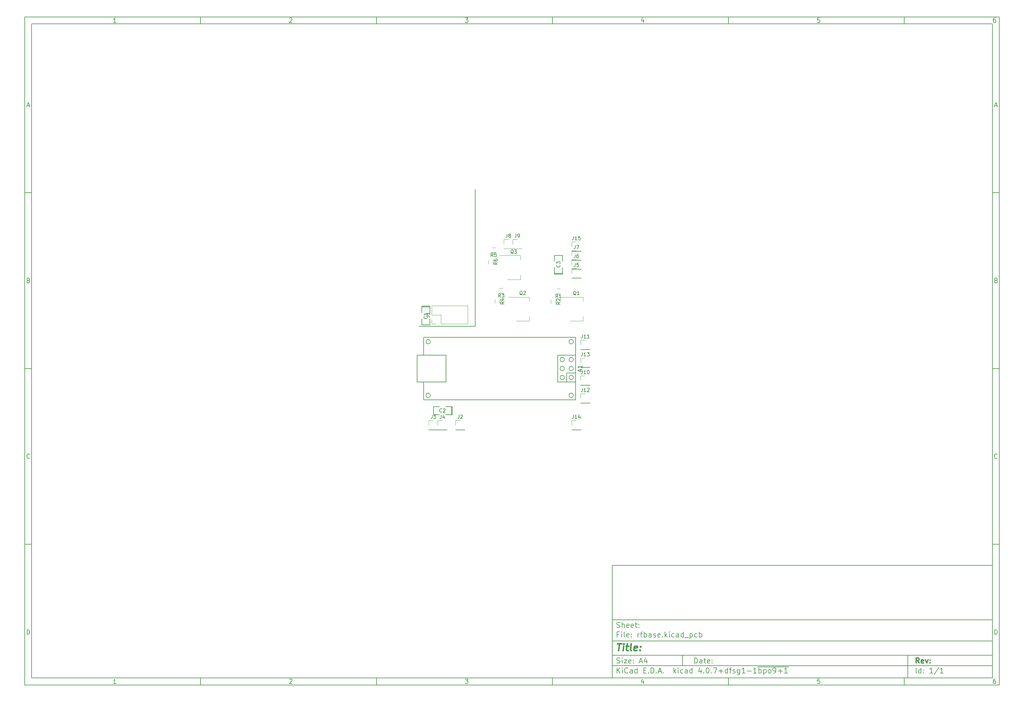
<source format=gbr>
G04 #@! TF.FileFunction,Legend,Top*
%FSLAX46Y46*%
G04 Gerber Fmt 4.6, Leading zero omitted, Abs format (unit mm)*
G04 Created by KiCad (PCBNEW 4.0.7+dfsg1-1~bpo9+1) date Fri Jan  5 13:38:06 2018*
%MOMM*%
%LPD*%
G01*
G04 APERTURE LIST*
%ADD10C,0.100000*%
%ADD11C,0.150000*%
%ADD12C,0.300000*%
%ADD13C,0.400000*%
%ADD14C,0.200000*%
%ADD15C,0.120000*%
G04 APERTURE END LIST*
D10*
D11*
X177002200Y-166007200D02*
X177002200Y-198007200D01*
X285002200Y-198007200D01*
X285002200Y-166007200D01*
X177002200Y-166007200D01*
D10*
D11*
X10000000Y-10000000D02*
X10000000Y-200007200D01*
X287002200Y-200007200D01*
X287002200Y-10000000D01*
X10000000Y-10000000D01*
D10*
D11*
X12000000Y-12000000D02*
X12000000Y-198007200D01*
X285002200Y-198007200D01*
X285002200Y-12000000D01*
X12000000Y-12000000D01*
D10*
D11*
X60000000Y-12000000D02*
X60000000Y-10000000D01*
D10*
D11*
X110000000Y-12000000D02*
X110000000Y-10000000D01*
D10*
D11*
X160000000Y-12000000D02*
X160000000Y-10000000D01*
D10*
D11*
X210000000Y-12000000D02*
X210000000Y-10000000D01*
D10*
D11*
X260000000Y-12000000D02*
X260000000Y-10000000D01*
D10*
D11*
X35990476Y-11588095D02*
X35247619Y-11588095D01*
X35619048Y-11588095D02*
X35619048Y-10288095D01*
X35495238Y-10473810D01*
X35371429Y-10597619D01*
X35247619Y-10659524D01*
D10*
D11*
X85247619Y-10411905D02*
X85309524Y-10350000D01*
X85433333Y-10288095D01*
X85742857Y-10288095D01*
X85866667Y-10350000D01*
X85928571Y-10411905D01*
X85990476Y-10535714D01*
X85990476Y-10659524D01*
X85928571Y-10845238D01*
X85185714Y-11588095D01*
X85990476Y-11588095D01*
D10*
D11*
X135185714Y-10288095D02*
X135990476Y-10288095D01*
X135557143Y-10783333D01*
X135742857Y-10783333D01*
X135866667Y-10845238D01*
X135928571Y-10907143D01*
X135990476Y-11030952D01*
X135990476Y-11340476D01*
X135928571Y-11464286D01*
X135866667Y-11526190D01*
X135742857Y-11588095D01*
X135371429Y-11588095D01*
X135247619Y-11526190D01*
X135185714Y-11464286D01*
D10*
D11*
X185866667Y-10721429D02*
X185866667Y-11588095D01*
X185557143Y-10226190D02*
X185247619Y-11154762D01*
X186052381Y-11154762D01*
D10*
D11*
X235928571Y-10288095D02*
X235309524Y-10288095D01*
X235247619Y-10907143D01*
X235309524Y-10845238D01*
X235433333Y-10783333D01*
X235742857Y-10783333D01*
X235866667Y-10845238D01*
X235928571Y-10907143D01*
X235990476Y-11030952D01*
X235990476Y-11340476D01*
X235928571Y-11464286D01*
X235866667Y-11526190D01*
X235742857Y-11588095D01*
X235433333Y-11588095D01*
X235309524Y-11526190D01*
X235247619Y-11464286D01*
D10*
D11*
X285866667Y-10288095D02*
X285619048Y-10288095D01*
X285495238Y-10350000D01*
X285433333Y-10411905D01*
X285309524Y-10597619D01*
X285247619Y-10845238D01*
X285247619Y-11340476D01*
X285309524Y-11464286D01*
X285371429Y-11526190D01*
X285495238Y-11588095D01*
X285742857Y-11588095D01*
X285866667Y-11526190D01*
X285928571Y-11464286D01*
X285990476Y-11340476D01*
X285990476Y-11030952D01*
X285928571Y-10907143D01*
X285866667Y-10845238D01*
X285742857Y-10783333D01*
X285495238Y-10783333D01*
X285371429Y-10845238D01*
X285309524Y-10907143D01*
X285247619Y-11030952D01*
D10*
D11*
X60000000Y-198007200D02*
X60000000Y-200007200D01*
D10*
D11*
X110000000Y-198007200D02*
X110000000Y-200007200D01*
D10*
D11*
X160000000Y-198007200D02*
X160000000Y-200007200D01*
D10*
D11*
X210000000Y-198007200D02*
X210000000Y-200007200D01*
D10*
D11*
X260000000Y-198007200D02*
X260000000Y-200007200D01*
D10*
D11*
X35990476Y-199595295D02*
X35247619Y-199595295D01*
X35619048Y-199595295D02*
X35619048Y-198295295D01*
X35495238Y-198481010D01*
X35371429Y-198604819D01*
X35247619Y-198666724D01*
D10*
D11*
X85247619Y-198419105D02*
X85309524Y-198357200D01*
X85433333Y-198295295D01*
X85742857Y-198295295D01*
X85866667Y-198357200D01*
X85928571Y-198419105D01*
X85990476Y-198542914D01*
X85990476Y-198666724D01*
X85928571Y-198852438D01*
X85185714Y-199595295D01*
X85990476Y-199595295D01*
D10*
D11*
X135185714Y-198295295D02*
X135990476Y-198295295D01*
X135557143Y-198790533D01*
X135742857Y-198790533D01*
X135866667Y-198852438D01*
X135928571Y-198914343D01*
X135990476Y-199038152D01*
X135990476Y-199347676D01*
X135928571Y-199471486D01*
X135866667Y-199533390D01*
X135742857Y-199595295D01*
X135371429Y-199595295D01*
X135247619Y-199533390D01*
X135185714Y-199471486D01*
D10*
D11*
X185866667Y-198728629D02*
X185866667Y-199595295D01*
X185557143Y-198233390D02*
X185247619Y-199161962D01*
X186052381Y-199161962D01*
D10*
D11*
X235928571Y-198295295D02*
X235309524Y-198295295D01*
X235247619Y-198914343D01*
X235309524Y-198852438D01*
X235433333Y-198790533D01*
X235742857Y-198790533D01*
X235866667Y-198852438D01*
X235928571Y-198914343D01*
X235990476Y-199038152D01*
X235990476Y-199347676D01*
X235928571Y-199471486D01*
X235866667Y-199533390D01*
X235742857Y-199595295D01*
X235433333Y-199595295D01*
X235309524Y-199533390D01*
X235247619Y-199471486D01*
D10*
D11*
X285866667Y-198295295D02*
X285619048Y-198295295D01*
X285495238Y-198357200D01*
X285433333Y-198419105D01*
X285309524Y-198604819D01*
X285247619Y-198852438D01*
X285247619Y-199347676D01*
X285309524Y-199471486D01*
X285371429Y-199533390D01*
X285495238Y-199595295D01*
X285742857Y-199595295D01*
X285866667Y-199533390D01*
X285928571Y-199471486D01*
X285990476Y-199347676D01*
X285990476Y-199038152D01*
X285928571Y-198914343D01*
X285866667Y-198852438D01*
X285742857Y-198790533D01*
X285495238Y-198790533D01*
X285371429Y-198852438D01*
X285309524Y-198914343D01*
X285247619Y-199038152D01*
D10*
D11*
X10000000Y-60000000D02*
X12000000Y-60000000D01*
D10*
D11*
X10000000Y-110000000D02*
X12000000Y-110000000D01*
D10*
D11*
X10000000Y-160000000D02*
X12000000Y-160000000D01*
D10*
D11*
X10690476Y-35216667D02*
X11309524Y-35216667D01*
X10566667Y-35588095D02*
X11000000Y-34288095D01*
X11433333Y-35588095D01*
D10*
D11*
X11092857Y-84907143D02*
X11278571Y-84969048D01*
X11340476Y-85030952D01*
X11402381Y-85154762D01*
X11402381Y-85340476D01*
X11340476Y-85464286D01*
X11278571Y-85526190D01*
X11154762Y-85588095D01*
X10659524Y-85588095D01*
X10659524Y-84288095D01*
X11092857Y-84288095D01*
X11216667Y-84350000D01*
X11278571Y-84411905D01*
X11340476Y-84535714D01*
X11340476Y-84659524D01*
X11278571Y-84783333D01*
X11216667Y-84845238D01*
X11092857Y-84907143D01*
X10659524Y-84907143D01*
D10*
D11*
X11402381Y-135464286D02*
X11340476Y-135526190D01*
X11154762Y-135588095D01*
X11030952Y-135588095D01*
X10845238Y-135526190D01*
X10721429Y-135402381D01*
X10659524Y-135278571D01*
X10597619Y-135030952D01*
X10597619Y-134845238D01*
X10659524Y-134597619D01*
X10721429Y-134473810D01*
X10845238Y-134350000D01*
X11030952Y-134288095D01*
X11154762Y-134288095D01*
X11340476Y-134350000D01*
X11402381Y-134411905D01*
D10*
D11*
X10659524Y-185588095D02*
X10659524Y-184288095D01*
X10969048Y-184288095D01*
X11154762Y-184350000D01*
X11278571Y-184473810D01*
X11340476Y-184597619D01*
X11402381Y-184845238D01*
X11402381Y-185030952D01*
X11340476Y-185278571D01*
X11278571Y-185402381D01*
X11154762Y-185526190D01*
X10969048Y-185588095D01*
X10659524Y-185588095D01*
D10*
D11*
X287002200Y-60000000D02*
X285002200Y-60000000D01*
D10*
D11*
X287002200Y-110000000D02*
X285002200Y-110000000D01*
D10*
D11*
X287002200Y-160000000D02*
X285002200Y-160000000D01*
D10*
D11*
X285692676Y-35216667D02*
X286311724Y-35216667D01*
X285568867Y-35588095D02*
X286002200Y-34288095D01*
X286435533Y-35588095D01*
D10*
D11*
X286095057Y-84907143D02*
X286280771Y-84969048D01*
X286342676Y-85030952D01*
X286404581Y-85154762D01*
X286404581Y-85340476D01*
X286342676Y-85464286D01*
X286280771Y-85526190D01*
X286156962Y-85588095D01*
X285661724Y-85588095D01*
X285661724Y-84288095D01*
X286095057Y-84288095D01*
X286218867Y-84350000D01*
X286280771Y-84411905D01*
X286342676Y-84535714D01*
X286342676Y-84659524D01*
X286280771Y-84783333D01*
X286218867Y-84845238D01*
X286095057Y-84907143D01*
X285661724Y-84907143D01*
D10*
D11*
X286404581Y-135464286D02*
X286342676Y-135526190D01*
X286156962Y-135588095D01*
X286033152Y-135588095D01*
X285847438Y-135526190D01*
X285723629Y-135402381D01*
X285661724Y-135278571D01*
X285599819Y-135030952D01*
X285599819Y-134845238D01*
X285661724Y-134597619D01*
X285723629Y-134473810D01*
X285847438Y-134350000D01*
X286033152Y-134288095D01*
X286156962Y-134288095D01*
X286342676Y-134350000D01*
X286404581Y-134411905D01*
D10*
D11*
X285661724Y-185588095D02*
X285661724Y-184288095D01*
X285971248Y-184288095D01*
X286156962Y-184350000D01*
X286280771Y-184473810D01*
X286342676Y-184597619D01*
X286404581Y-184845238D01*
X286404581Y-185030952D01*
X286342676Y-185278571D01*
X286280771Y-185402381D01*
X286156962Y-185526190D01*
X285971248Y-185588095D01*
X285661724Y-185588095D01*
D10*
D11*
X200359343Y-193785771D02*
X200359343Y-192285771D01*
X200716486Y-192285771D01*
X200930771Y-192357200D01*
X201073629Y-192500057D01*
X201145057Y-192642914D01*
X201216486Y-192928629D01*
X201216486Y-193142914D01*
X201145057Y-193428629D01*
X201073629Y-193571486D01*
X200930771Y-193714343D01*
X200716486Y-193785771D01*
X200359343Y-193785771D01*
X202502200Y-193785771D02*
X202502200Y-193000057D01*
X202430771Y-192857200D01*
X202287914Y-192785771D01*
X202002200Y-192785771D01*
X201859343Y-192857200D01*
X202502200Y-193714343D02*
X202359343Y-193785771D01*
X202002200Y-193785771D01*
X201859343Y-193714343D01*
X201787914Y-193571486D01*
X201787914Y-193428629D01*
X201859343Y-193285771D01*
X202002200Y-193214343D01*
X202359343Y-193214343D01*
X202502200Y-193142914D01*
X203002200Y-192785771D02*
X203573629Y-192785771D01*
X203216486Y-192285771D02*
X203216486Y-193571486D01*
X203287914Y-193714343D01*
X203430772Y-193785771D01*
X203573629Y-193785771D01*
X204645057Y-193714343D02*
X204502200Y-193785771D01*
X204216486Y-193785771D01*
X204073629Y-193714343D01*
X204002200Y-193571486D01*
X204002200Y-193000057D01*
X204073629Y-192857200D01*
X204216486Y-192785771D01*
X204502200Y-192785771D01*
X204645057Y-192857200D01*
X204716486Y-193000057D01*
X204716486Y-193142914D01*
X204002200Y-193285771D01*
X205359343Y-193642914D02*
X205430771Y-193714343D01*
X205359343Y-193785771D01*
X205287914Y-193714343D01*
X205359343Y-193642914D01*
X205359343Y-193785771D01*
X205359343Y-192857200D02*
X205430771Y-192928629D01*
X205359343Y-193000057D01*
X205287914Y-192928629D01*
X205359343Y-192857200D01*
X205359343Y-193000057D01*
D10*
D11*
X177002200Y-194507200D02*
X285002200Y-194507200D01*
D10*
D11*
X178359343Y-196585771D02*
X178359343Y-195085771D01*
X179216486Y-196585771D02*
X178573629Y-195728629D01*
X179216486Y-195085771D02*
X178359343Y-195942914D01*
X179859343Y-196585771D02*
X179859343Y-195585771D01*
X179859343Y-195085771D02*
X179787914Y-195157200D01*
X179859343Y-195228629D01*
X179930771Y-195157200D01*
X179859343Y-195085771D01*
X179859343Y-195228629D01*
X181430772Y-196442914D02*
X181359343Y-196514343D01*
X181145057Y-196585771D01*
X181002200Y-196585771D01*
X180787915Y-196514343D01*
X180645057Y-196371486D01*
X180573629Y-196228629D01*
X180502200Y-195942914D01*
X180502200Y-195728629D01*
X180573629Y-195442914D01*
X180645057Y-195300057D01*
X180787915Y-195157200D01*
X181002200Y-195085771D01*
X181145057Y-195085771D01*
X181359343Y-195157200D01*
X181430772Y-195228629D01*
X182716486Y-196585771D02*
X182716486Y-195800057D01*
X182645057Y-195657200D01*
X182502200Y-195585771D01*
X182216486Y-195585771D01*
X182073629Y-195657200D01*
X182716486Y-196514343D02*
X182573629Y-196585771D01*
X182216486Y-196585771D01*
X182073629Y-196514343D01*
X182002200Y-196371486D01*
X182002200Y-196228629D01*
X182073629Y-196085771D01*
X182216486Y-196014343D01*
X182573629Y-196014343D01*
X182716486Y-195942914D01*
X184073629Y-196585771D02*
X184073629Y-195085771D01*
X184073629Y-196514343D02*
X183930772Y-196585771D01*
X183645058Y-196585771D01*
X183502200Y-196514343D01*
X183430772Y-196442914D01*
X183359343Y-196300057D01*
X183359343Y-195871486D01*
X183430772Y-195728629D01*
X183502200Y-195657200D01*
X183645058Y-195585771D01*
X183930772Y-195585771D01*
X184073629Y-195657200D01*
X185930772Y-195800057D02*
X186430772Y-195800057D01*
X186645058Y-196585771D02*
X185930772Y-196585771D01*
X185930772Y-195085771D01*
X186645058Y-195085771D01*
X187287915Y-196442914D02*
X187359343Y-196514343D01*
X187287915Y-196585771D01*
X187216486Y-196514343D01*
X187287915Y-196442914D01*
X187287915Y-196585771D01*
X188002201Y-196585771D02*
X188002201Y-195085771D01*
X188359344Y-195085771D01*
X188573629Y-195157200D01*
X188716487Y-195300057D01*
X188787915Y-195442914D01*
X188859344Y-195728629D01*
X188859344Y-195942914D01*
X188787915Y-196228629D01*
X188716487Y-196371486D01*
X188573629Y-196514343D01*
X188359344Y-196585771D01*
X188002201Y-196585771D01*
X189502201Y-196442914D02*
X189573629Y-196514343D01*
X189502201Y-196585771D01*
X189430772Y-196514343D01*
X189502201Y-196442914D01*
X189502201Y-196585771D01*
X190145058Y-196157200D02*
X190859344Y-196157200D01*
X190002201Y-196585771D02*
X190502201Y-195085771D01*
X191002201Y-196585771D01*
X191502201Y-196442914D02*
X191573629Y-196514343D01*
X191502201Y-196585771D01*
X191430772Y-196514343D01*
X191502201Y-196442914D01*
X191502201Y-196585771D01*
X194502201Y-196585771D02*
X194502201Y-195085771D01*
X194645058Y-196014343D02*
X195073629Y-196585771D01*
X195073629Y-195585771D02*
X194502201Y-196157200D01*
X195716487Y-196585771D02*
X195716487Y-195585771D01*
X195716487Y-195085771D02*
X195645058Y-195157200D01*
X195716487Y-195228629D01*
X195787915Y-195157200D01*
X195716487Y-195085771D01*
X195716487Y-195228629D01*
X197073630Y-196514343D02*
X196930773Y-196585771D01*
X196645059Y-196585771D01*
X196502201Y-196514343D01*
X196430773Y-196442914D01*
X196359344Y-196300057D01*
X196359344Y-195871486D01*
X196430773Y-195728629D01*
X196502201Y-195657200D01*
X196645059Y-195585771D01*
X196930773Y-195585771D01*
X197073630Y-195657200D01*
X198359344Y-196585771D02*
X198359344Y-195800057D01*
X198287915Y-195657200D01*
X198145058Y-195585771D01*
X197859344Y-195585771D01*
X197716487Y-195657200D01*
X198359344Y-196514343D02*
X198216487Y-196585771D01*
X197859344Y-196585771D01*
X197716487Y-196514343D01*
X197645058Y-196371486D01*
X197645058Y-196228629D01*
X197716487Y-196085771D01*
X197859344Y-196014343D01*
X198216487Y-196014343D01*
X198359344Y-195942914D01*
X199716487Y-196585771D02*
X199716487Y-195085771D01*
X199716487Y-196514343D02*
X199573630Y-196585771D01*
X199287916Y-196585771D01*
X199145058Y-196514343D01*
X199073630Y-196442914D01*
X199002201Y-196300057D01*
X199002201Y-195871486D01*
X199073630Y-195728629D01*
X199145058Y-195657200D01*
X199287916Y-195585771D01*
X199573630Y-195585771D01*
X199716487Y-195657200D01*
X202216487Y-195585771D02*
X202216487Y-196585771D01*
X201859344Y-195014343D02*
X201502201Y-196085771D01*
X202430773Y-196085771D01*
X203002201Y-196442914D02*
X203073629Y-196514343D01*
X203002201Y-196585771D01*
X202930772Y-196514343D01*
X203002201Y-196442914D01*
X203002201Y-196585771D01*
X204002201Y-195085771D02*
X204145058Y-195085771D01*
X204287915Y-195157200D01*
X204359344Y-195228629D01*
X204430773Y-195371486D01*
X204502201Y-195657200D01*
X204502201Y-196014343D01*
X204430773Y-196300057D01*
X204359344Y-196442914D01*
X204287915Y-196514343D01*
X204145058Y-196585771D01*
X204002201Y-196585771D01*
X203859344Y-196514343D01*
X203787915Y-196442914D01*
X203716487Y-196300057D01*
X203645058Y-196014343D01*
X203645058Y-195657200D01*
X203716487Y-195371486D01*
X203787915Y-195228629D01*
X203859344Y-195157200D01*
X204002201Y-195085771D01*
X205145058Y-196442914D02*
X205216486Y-196514343D01*
X205145058Y-196585771D01*
X205073629Y-196514343D01*
X205145058Y-196442914D01*
X205145058Y-196585771D01*
X205716487Y-195085771D02*
X206716487Y-195085771D01*
X206073630Y-196585771D01*
X207287915Y-196014343D02*
X208430772Y-196014343D01*
X207859343Y-196585771D02*
X207859343Y-195442914D01*
X209787915Y-196585771D02*
X209787915Y-195085771D01*
X209787915Y-196514343D02*
X209645058Y-196585771D01*
X209359344Y-196585771D01*
X209216486Y-196514343D01*
X209145058Y-196442914D01*
X209073629Y-196300057D01*
X209073629Y-195871486D01*
X209145058Y-195728629D01*
X209216486Y-195657200D01*
X209359344Y-195585771D01*
X209645058Y-195585771D01*
X209787915Y-195657200D01*
X210287915Y-195585771D02*
X210859344Y-195585771D01*
X210502201Y-196585771D02*
X210502201Y-195300057D01*
X210573629Y-195157200D01*
X210716487Y-195085771D01*
X210859344Y-195085771D01*
X211287915Y-196514343D02*
X211430772Y-196585771D01*
X211716487Y-196585771D01*
X211859344Y-196514343D01*
X211930772Y-196371486D01*
X211930772Y-196300057D01*
X211859344Y-196157200D01*
X211716487Y-196085771D01*
X211502201Y-196085771D01*
X211359344Y-196014343D01*
X211287915Y-195871486D01*
X211287915Y-195800057D01*
X211359344Y-195657200D01*
X211502201Y-195585771D01*
X211716487Y-195585771D01*
X211859344Y-195657200D01*
X213216487Y-195585771D02*
X213216487Y-196800057D01*
X213145058Y-196942914D01*
X213073630Y-197014343D01*
X212930773Y-197085771D01*
X212716487Y-197085771D01*
X212573630Y-197014343D01*
X213216487Y-196514343D02*
X213073630Y-196585771D01*
X212787916Y-196585771D01*
X212645058Y-196514343D01*
X212573630Y-196442914D01*
X212502201Y-196300057D01*
X212502201Y-195871486D01*
X212573630Y-195728629D01*
X212645058Y-195657200D01*
X212787916Y-195585771D01*
X213073630Y-195585771D01*
X213216487Y-195657200D01*
X214716487Y-196585771D02*
X213859344Y-196585771D01*
X214287916Y-196585771D02*
X214287916Y-195085771D01*
X214145059Y-195300057D01*
X214002201Y-195442914D01*
X213859344Y-195514343D01*
X215359344Y-196014343D02*
X216502201Y-196014343D01*
X218002201Y-196585771D02*
X217145058Y-196585771D01*
X217573630Y-196585771D02*
X217573630Y-195085771D01*
X217430773Y-195300057D01*
X217287915Y-195442914D01*
X217145058Y-195514343D01*
X218645058Y-196585771D02*
X218645058Y-195085771D01*
X218645058Y-195657200D02*
X218787915Y-195585771D01*
X219073629Y-195585771D01*
X219216486Y-195657200D01*
X219287915Y-195728629D01*
X219359344Y-195871486D01*
X219359344Y-196300057D01*
X219287915Y-196442914D01*
X219216486Y-196514343D01*
X219073629Y-196585771D01*
X218787915Y-196585771D01*
X218645058Y-196514343D01*
X220002201Y-195585771D02*
X220002201Y-197085771D01*
X220002201Y-195657200D02*
X220145058Y-195585771D01*
X220430772Y-195585771D01*
X220573629Y-195657200D01*
X220645058Y-195728629D01*
X220716487Y-195871486D01*
X220716487Y-196300057D01*
X220645058Y-196442914D01*
X220573629Y-196514343D01*
X220430772Y-196585771D01*
X220145058Y-196585771D01*
X220002201Y-196514343D01*
X221573630Y-196585771D02*
X221430772Y-196514343D01*
X221359344Y-196442914D01*
X221287915Y-196300057D01*
X221287915Y-195871486D01*
X221359344Y-195728629D01*
X221430772Y-195657200D01*
X221573630Y-195585771D01*
X221787915Y-195585771D01*
X221930772Y-195657200D01*
X222002201Y-195728629D01*
X222073630Y-195871486D01*
X222073630Y-196300057D01*
X222002201Y-196442914D01*
X221930772Y-196514343D01*
X221787915Y-196585771D01*
X221573630Y-196585771D01*
X222787915Y-196585771D02*
X223073630Y-196585771D01*
X223216487Y-196514343D01*
X223287915Y-196442914D01*
X223430773Y-196228629D01*
X223502201Y-195942914D01*
X223502201Y-195371486D01*
X223430773Y-195228629D01*
X223359344Y-195157200D01*
X223216487Y-195085771D01*
X222930773Y-195085771D01*
X222787915Y-195157200D01*
X222716487Y-195228629D01*
X222645058Y-195371486D01*
X222645058Y-195728629D01*
X222716487Y-195871486D01*
X222787915Y-195942914D01*
X222930773Y-196014343D01*
X223216487Y-196014343D01*
X223359344Y-195942914D01*
X223430773Y-195871486D01*
X223502201Y-195728629D01*
X224145058Y-196014343D02*
X225287915Y-196014343D01*
X224716486Y-196585771D02*
X224716486Y-195442914D01*
X226787915Y-196585771D02*
X225930772Y-196585771D01*
X226359344Y-196585771D02*
X226359344Y-195085771D01*
X226216487Y-195300057D01*
X226073629Y-195442914D01*
X225930772Y-195514343D01*
X218287915Y-194827200D02*
X227073629Y-194827200D01*
D10*
D11*
X177002200Y-191507200D02*
X285002200Y-191507200D01*
D10*
D12*
X264216486Y-193785771D02*
X263716486Y-193071486D01*
X263359343Y-193785771D02*
X263359343Y-192285771D01*
X263930771Y-192285771D01*
X264073629Y-192357200D01*
X264145057Y-192428629D01*
X264216486Y-192571486D01*
X264216486Y-192785771D01*
X264145057Y-192928629D01*
X264073629Y-193000057D01*
X263930771Y-193071486D01*
X263359343Y-193071486D01*
X265430771Y-193714343D02*
X265287914Y-193785771D01*
X265002200Y-193785771D01*
X264859343Y-193714343D01*
X264787914Y-193571486D01*
X264787914Y-193000057D01*
X264859343Y-192857200D01*
X265002200Y-192785771D01*
X265287914Y-192785771D01*
X265430771Y-192857200D01*
X265502200Y-193000057D01*
X265502200Y-193142914D01*
X264787914Y-193285771D01*
X266002200Y-192785771D02*
X266359343Y-193785771D01*
X266716485Y-192785771D01*
X267287914Y-193642914D02*
X267359342Y-193714343D01*
X267287914Y-193785771D01*
X267216485Y-193714343D01*
X267287914Y-193642914D01*
X267287914Y-193785771D01*
X267287914Y-192857200D02*
X267359342Y-192928629D01*
X267287914Y-193000057D01*
X267216485Y-192928629D01*
X267287914Y-192857200D01*
X267287914Y-193000057D01*
D10*
D11*
X178287914Y-193714343D02*
X178502200Y-193785771D01*
X178859343Y-193785771D01*
X179002200Y-193714343D01*
X179073629Y-193642914D01*
X179145057Y-193500057D01*
X179145057Y-193357200D01*
X179073629Y-193214343D01*
X179002200Y-193142914D01*
X178859343Y-193071486D01*
X178573629Y-193000057D01*
X178430771Y-192928629D01*
X178359343Y-192857200D01*
X178287914Y-192714343D01*
X178287914Y-192571486D01*
X178359343Y-192428629D01*
X178430771Y-192357200D01*
X178573629Y-192285771D01*
X178930771Y-192285771D01*
X179145057Y-192357200D01*
X179787914Y-193785771D02*
X179787914Y-192785771D01*
X179787914Y-192285771D02*
X179716485Y-192357200D01*
X179787914Y-192428629D01*
X179859342Y-192357200D01*
X179787914Y-192285771D01*
X179787914Y-192428629D01*
X180359343Y-192785771D02*
X181145057Y-192785771D01*
X180359343Y-193785771D01*
X181145057Y-193785771D01*
X182287914Y-193714343D02*
X182145057Y-193785771D01*
X181859343Y-193785771D01*
X181716486Y-193714343D01*
X181645057Y-193571486D01*
X181645057Y-193000057D01*
X181716486Y-192857200D01*
X181859343Y-192785771D01*
X182145057Y-192785771D01*
X182287914Y-192857200D01*
X182359343Y-193000057D01*
X182359343Y-193142914D01*
X181645057Y-193285771D01*
X183002200Y-193642914D02*
X183073628Y-193714343D01*
X183002200Y-193785771D01*
X182930771Y-193714343D01*
X183002200Y-193642914D01*
X183002200Y-193785771D01*
X183002200Y-192857200D02*
X183073628Y-192928629D01*
X183002200Y-193000057D01*
X182930771Y-192928629D01*
X183002200Y-192857200D01*
X183002200Y-193000057D01*
X184787914Y-193357200D02*
X185502200Y-193357200D01*
X184645057Y-193785771D02*
X185145057Y-192285771D01*
X185645057Y-193785771D01*
X186787914Y-192785771D02*
X186787914Y-193785771D01*
X186430771Y-192214343D02*
X186073628Y-193285771D01*
X187002200Y-193285771D01*
D10*
D11*
X263359343Y-196585771D02*
X263359343Y-195085771D01*
X264716486Y-196585771D02*
X264716486Y-195085771D01*
X264716486Y-196514343D02*
X264573629Y-196585771D01*
X264287915Y-196585771D01*
X264145057Y-196514343D01*
X264073629Y-196442914D01*
X264002200Y-196300057D01*
X264002200Y-195871486D01*
X264073629Y-195728629D01*
X264145057Y-195657200D01*
X264287915Y-195585771D01*
X264573629Y-195585771D01*
X264716486Y-195657200D01*
X265430772Y-196442914D02*
X265502200Y-196514343D01*
X265430772Y-196585771D01*
X265359343Y-196514343D01*
X265430772Y-196442914D01*
X265430772Y-196585771D01*
X265430772Y-195657200D02*
X265502200Y-195728629D01*
X265430772Y-195800057D01*
X265359343Y-195728629D01*
X265430772Y-195657200D01*
X265430772Y-195800057D01*
X268073629Y-196585771D02*
X267216486Y-196585771D01*
X267645058Y-196585771D02*
X267645058Y-195085771D01*
X267502201Y-195300057D01*
X267359343Y-195442914D01*
X267216486Y-195514343D01*
X269787914Y-195014343D02*
X268502200Y-196942914D01*
X271073629Y-196585771D02*
X270216486Y-196585771D01*
X270645058Y-196585771D02*
X270645058Y-195085771D01*
X270502201Y-195300057D01*
X270359343Y-195442914D01*
X270216486Y-195514343D01*
D10*
D11*
X177002200Y-187507200D02*
X285002200Y-187507200D01*
D10*
D13*
X178454581Y-188211962D02*
X179597438Y-188211962D01*
X178776010Y-190211962D02*
X179026010Y-188211962D01*
X180014105Y-190211962D02*
X180180771Y-188878629D01*
X180264105Y-188211962D02*
X180156962Y-188307200D01*
X180240295Y-188402438D01*
X180347439Y-188307200D01*
X180264105Y-188211962D01*
X180240295Y-188402438D01*
X180847438Y-188878629D02*
X181609343Y-188878629D01*
X181216486Y-188211962D02*
X181002200Y-189926248D01*
X181073630Y-190116724D01*
X181252201Y-190211962D01*
X181442677Y-190211962D01*
X182395058Y-190211962D02*
X182216487Y-190116724D01*
X182145057Y-189926248D01*
X182359343Y-188211962D01*
X183930772Y-190116724D02*
X183728391Y-190211962D01*
X183347439Y-190211962D01*
X183168867Y-190116724D01*
X183097438Y-189926248D01*
X183192676Y-189164343D01*
X183311724Y-188973867D01*
X183514105Y-188878629D01*
X183895057Y-188878629D01*
X184073629Y-188973867D01*
X184145057Y-189164343D01*
X184121248Y-189354819D01*
X183145057Y-189545295D01*
X184895057Y-190021486D02*
X184978392Y-190116724D01*
X184871248Y-190211962D01*
X184787915Y-190116724D01*
X184895057Y-190021486D01*
X184871248Y-190211962D01*
X185026010Y-188973867D02*
X185109344Y-189069105D01*
X185002200Y-189164343D01*
X184918867Y-189069105D01*
X185026010Y-188973867D01*
X185002200Y-189164343D01*
D10*
D11*
X178859343Y-185600057D02*
X178359343Y-185600057D01*
X178359343Y-186385771D02*
X178359343Y-184885771D01*
X179073629Y-184885771D01*
X179645057Y-186385771D02*
X179645057Y-185385771D01*
X179645057Y-184885771D02*
X179573628Y-184957200D01*
X179645057Y-185028629D01*
X179716485Y-184957200D01*
X179645057Y-184885771D01*
X179645057Y-185028629D01*
X180573629Y-186385771D02*
X180430771Y-186314343D01*
X180359343Y-186171486D01*
X180359343Y-184885771D01*
X181716485Y-186314343D02*
X181573628Y-186385771D01*
X181287914Y-186385771D01*
X181145057Y-186314343D01*
X181073628Y-186171486D01*
X181073628Y-185600057D01*
X181145057Y-185457200D01*
X181287914Y-185385771D01*
X181573628Y-185385771D01*
X181716485Y-185457200D01*
X181787914Y-185600057D01*
X181787914Y-185742914D01*
X181073628Y-185885771D01*
X182430771Y-186242914D02*
X182502199Y-186314343D01*
X182430771Y-186385771D01*
X182359342Y-186314343D01*
X182430771Y-186242914D01*
X182430771Y-186385771D01*
X182430771Y-185457200D02*
X182502199Y-185528629D01*
X182430771Y-185600057D01*
X182359342Y-185528629D01*
X182430771Y-185457200D01*
X182430771Y-185600057D01*
X184287914Y-186385771D02*
X184287914Y-185385771D01*
X184287914Y-185671486D02*
X184359342Y-185528629D01*
X184430771Y-185457200D01*
X184573628Y-185385771D01*
X184716485Y-185385771D01*
X185002199Y-185385771D02*
X185573628Y-185385771D01*
X185216485Y-186385771D02*
X185216485Y-185100057D01*
X185287913Y-184957200D01*
X185430771Y-184885771D01*
X185573628Y-184885771D01*
X186073628Y-186385771D02*
X186073628Y-184885771D01*
X186073628Y-185457200D02*
X186216485Y-185385771D01*
X186502199Y-185385771D01*
X186645056Y-185457200D01*
X186716485Y-185528629D01*
X186787914Y-185671486D01*
X186787914Y-186100057D01*
X186716485Y-186242914D01*
X186645056Y-186314343D01*
X186502199Y-186385771D01*
X186216485Y-186385771D01*
X186073628Y-186314343D01*
X188073628Y-186385771D02*
X188073628Y-185600057D01*
X188002199Y-185457200D01*
X187859342Y-185385771D01*
X187573628Y-185385771D01*
X187430771Y-185457200D01*
X188073628Y-186314343D02*
X187930771Y-186385771D01*
X187573628Y-186385771D01*
X187430771Y-186314343D01*
X187359342Y-186171486D01*
X187359342Y-186028629D01*
X187430771Y-185885771D01*
X187573628Y-185814343D01*
X187930771Y-185814343D01*
X188073628Y-185742914D01*
X188716485Y-186314343D02*
X188859342Y-186385771D01*
X189145057Y-186385771D01*
X189287914Y-186314343D01*
X189359342Y-186171486D01*
X189359342Y-186100057D01*
X189287914Y-185957200D01*
X189145057Y-185885771D01*
X188930771Y-185885771D01*
X188787914Y-185814343D01*
X188716485Y-185671486D01*
X188716485Y-185600057D01*
X188787914Y-185457200D01*
X188930771Y-185385771D01*
X189145057Y-185385771D01*
X189287914Y-185457200D01*
X190573628Y-186314343D02*
X190430771Y-186385771D01*
X190145057Y-186385771D01*
X190002200Y-186314343D01*
X189930771Y-186171486D01*
X189930771Y-185600057D01*
X190002200Y-185457200D01*
X190145057Y-185385771D01*
X190430771Y-185385771D01*
X190573628Y-185457200D01*
X190645057Y-185600057D01*
X190645057Y-185742914D01*
X189930771Y-185885771D01*
X191287914Y-186242914D02*
X191359342Y-186314343D01*
X191287914Y-186385771D01*
X191216485Y-186314343D01*
X191287914Y-186242914D01*
X191287914Y-186385771D01*
X192002200Y-186385771D02*
X192002200Y-184885771D01*
X192145057Y-185814343D02*
X192573628Y-186385771D01*
X192573628Y-185385771D02*
X192002200Y-185957200D01*
X193216486Y-186385771D02*
X193216486Y-185385771D01*
X193216486Y-184885771D02*
X193145057Y-184957200D01*
X193216486Y-185028629D01*
X193287914Y-184957200D01*
X193216486Y-184885771D01*
X193216486Y-185028629D01*
X194573629Y-186314343D02*
X194430772Y-186385771D01*
X194145058Y-186385771D01*
X194002200Y-186314343D01*
X193930772Y-186242914D01*
X193859343Y-186100057D01*
X193859343Y-185671486D01*
X193930772Y-185528629D01*
X194002200Y-185457200D01*
X194145058Y-185385771D01*
X194430772Y-185385771D01*
X194573629Y-185457200D01*
X195859343Y-186385771D02*
X195859343Y-185600057D01*
X195787914Y-185457200D01*
X195645057Y-185385771D01*
X195359343Y-185385771D01*
X195216486Y-185457200D01*
X195859343Y-186314343D02*
X195716486Y-186385771D01*
X195359343Y-186385771D01*
X195216486Y-186314343D01*
X195145057Y-186171486D01*
X195145057Y-186028629D01*
X195216486Y-185885771D01*
X195359343Y-185814343D01*
X195716486Y-185814343D01*
X195859343Y-185742914D01*
X197216486Y-186385771D02*
X197216486Y-184885771D01*
X197216486Y-186314343D02*
X197073629Y-186385771D01*
X196787915Y-186385771D01*
X196645057Y-186314343D01*
X196573629Y-186242914D01*
X196502200Y-186100057D01*
X196502200Y-185671486D01*
X196573629Y-185528629D01*
X196645057Y-185457200D01*
X196787915Y-185385771D01*
X197073629Y-185385771D01*
X197216486Y-185457200D01*
X197573629Y-186528629D02*
X198716486Y-186528629D01*
X199073629Y-185385771D02*
X199073629Y-186885771D01*
X199073629Y-185457200D02*
X199216486Y-185385771D01*
X199502200Y-185385771D01*
X199645057Y-185457200D01*
X199716486Y-185528629D01*
X199787915Y-185671486D01*
X199787915Y-186100057D01*
X199716486Y-186242914D01*
X199645057Y-186314343D01*
X199502200Y-186385771D01*
X199216486Y-186385771D01*
X199073629Y-186314343D01*
X201073629Y-186314343D02*
X200930772Y-186385771D01*
X200645058Y-186385771D01*
X200502200Y-186314343D01*
X200430772Y-186242914D01*
X200359343Y-186100057D01*
X200359343Y-185671486D01*
X200430772Y-185528629D01*
X200502200Y-185457200D01*
X200645058Y-185385771D01*
X200930772Y-185385771D01*
X201073629Y-185457200D01*
X201716486Y-186385771D02*
X201716486Y-184885771D01*
X201716486Y-185457200D02*
X201859343Y-185385771D01*
X202145057Y-185385771D01*
X202287914Y-185457200D01*
X202359343Y-185528629D01*
X202430772Y-185671486D01*
X202430772Y-186100057D01*
X202359343Y-186242914D01*
X202287914Y-186314343D01*
X202145057Y-186385771D01*
X201859343Y-186385771D01*
X201716486Y-186314343D01*
D10*
D11*
X177002200Y-181507200D02*
X285002200Y-181507200D01*
D10*
D11*
X178287914Y-183614343D02*
X178502200Y-183685771D01*
X178859343Y-183685771D01*
X179002200Y-183614343D01*
X179073629Y-183542914D01*
X179145057Y-183400057D01*
X179145057Y-183257200D01*
X179073629Y-183114343D01*
X179002200Y-183042914D01*
X178859343Y-182971486D01*
X178573629Y-182900057D01*
X178430771Y-182828629D01*
X178359343Y-182757200D01*
X178287914Y-182614343D01*
X178287914Y-182471486D01*
X178359343Y-182328629D01*
X178430771Y-182257200D01*
X178573629Y-182185771D01*
X178930771Y-182185771D01*
X179145057Y-182257200D01*
X179787914Y-183685771D02*
X179787914Y-182185771D01*
X180430771Y-183685771D02*
X180430771Y-182900057D01*
X180359342Y-182757200D01*
X180216485Y-182685771D01*
X180002200Y-182685771D01*
X179859342Y-182757200D01*
X179787914Y-182828629D01*
X181716485Y-183614343D02*
X181573628Y-183685771D01*
X181287914Y-183685771D01*
X181145057Y-183614343D01*
X181073628Y-183471486D01*
X181073628Y-182900057D01*
X181145057Y-182757200D01*
X181287914Y-182685771D01*
X181573628Y-182685771D01*
X181716485Y-182757200D01*
X181787914Y-182900057D01*
X181787914Y-183042914D01*
X181073628Y-183185771D01*
X183002199Y-183614343D02*
X182859342Y-183685771D01*
X182573628Y-183685771D01*
X182430771Y-183614343D01*
X182359342Y-183471486D01*
X182359342Y-182900057D01*
X182430771Y-182757200D01*
X182573628Y-182685771D01*
X182859342Y-182685771D01*
X183002199Y-182757200D01*
X183073628Y-182900057D01*
X183073628Y-183042914D01*
X182359342Y-183185771D01*
X183502199Y-182685771D02*
X184073628Y-182685771D01*
X183716485Y-182185771D02*
X183716485Y-183471486D01*
X183787913Y-183614343D01*
X183930771Y-183685771D01*
X184073628Y-183685771D01*
X184573628Y-183542914D02*
X184645056Y-183614343D01*
X184573628Y-183685771D01*
X184502199Y-183614343D01*
X184573628Y-183542914D01*
X184573628Y-183685771D01*
X184573628Y-182757200D02*
X184645056Y-182828629D01*
X184573628Y-182900057D01*
X184502199Y-182828629D01*
X184573628Y-182757200D01*
X184573628Y-182900057D01*
D10*
D11*
X197002200Y-191507200D02*
X197002200Y-194507200D01*
D10*
D11*
X261002200Y-191507200D02*
X261002200Y-198007200D01*
D14*
X138000000Y-98000000D02*
X122000000Y-98000000D01*
X138000000Y-59000000D02*
X138000000Y-98000000D01*
D11*
X123410000Y-106190000D02*
X123410000Y-101110000D01*
X123410000Y-118890000D02*
X123410000Y-113810000D01*
X121505000Y-113810000D02*
X121505000Y-106190000D01*
X121505000Y-106190000D02*
X129760000Y-106190000D01*
X129760000Y-106190000D02*
X129760000Y-113810000D01*
X129760000Y-113810000D02*
X121505000Y-113810000D01*
X165955000Y-110000000D02*
G75*
G03X165955000Y-110000000I-635000J0D01*
G01*
X165955000Y-107460000D02*
G75*
G03X165955000Y-107460000I-635000J0D01*
G01*
X163415000Y-107460000D02*
G75*
G03X163415000Y-107460000I-635000J0D01*
G01*
X163415000Y-110000000D02*
G75*
G03X163415000Y-110000000I-635000J0D01*
G01*
X163415000Y-112540000D02*
G75*
G03X163415000Y-112540000I-635000J0D01*
G01*
X165955000Y-112540000D02*
G75*
G03X165955000Y-112540000I-635000J0D01*
G01*
X125315000Y-102380000D02*
G75*
G03X125315000Y-102380000I-635000J0D01*
G01*
X125315000Y-117620000D02*
G75*
G03X125315000Y-117620000I-635000J0D01*
G01*
X165955000Y-102380000D02*
G75*
G03X165955000Y-102380000I-635000J0D01*
G01*
X165955000Y-117620000D02*
G75*
G03X165955000Y-117620000I-635000J0D01*
G01*
X164050000Y-113810000D02*
X164050000Y-111270000D01*
X164050000Y-111270000D02*
X166590000Y-111270000D01*
X161510000Y-113810000D02*
X166590000Y-113810000D01*
X166590000Y-106190000D02*
X161510000Y-106190000D01*
X161510000Y-106190000D02*
X161510000Y-113810000D01*
X166590000Y-118890000D02*
X166590000Y-101110000D01*
X166590000Y-101110000D02*
X123410000Y-101110000D01*
X123410000Y-118890000D02*
X166590000Y-118890000D01*
X125143000Y-92460000D02*
X125143000Y-92206000D01*
X125143000Y-92206000D02*
X122857000Y-92206000D01*
X122857000Y-92206000D02*
X122857000Y-92460000D01*
X125143000Y-92460000D02*
X122857000Y-92460000D01*
X122857000Y-92460000D02*
X122857000Y-94111000D01*
X125143000Y-95889000D02*
X125143000Y-97540000D01*
X125143000Y-97540000D02*
X122857000Y-97540000D01*
X122857000Y-97540000D02*
X122857000Y-95889000D01*
X125143000Y-94111000D02*
X125143000Y-92460000D01*
X131265720Y-123113280D02*
X131519720Y-123113280D01*
X131519720Y-123113280D02*
X131519720Y-120827280D01*
X131519720Y-120827280D02*
X131265720Y-120827280D01*
X131265720Y-123113280D02*
X131265720Y-120827280D01*
X131265720Y-120827280D02*
X129614720Y-120827280D01*
X127836720Y-123113280D02*
X126185720Y-123113280D01*
X126185720Y-123113280D02*
X126185720Y-120827280D01*
X126185720Y-120827280D02*
X127836720Y-120827280D01*
X129614720Y-123113280D02*
X131265720Y-123113280D01*
X160557000Y-82900000D02*
X160557000Y-83154000D01*
X160557000Y-83154000D02*
X162843000Y-83154000D01*
X162843000Y-83154000D02*
X162843000Y-82900000D01*
X160557000Y-82900000D02*
X162843000Y-82900000D01*
X162843000Y-82900000D02*
X162843000Y-81249000D01*
X160557000Y-79471000D02*
X160557000Y-77820000D01*
X160557000Y-77820000D02*
X162843000Y-77820000D01*
X162843000Y-77820000D02*
X162843000Y-79471000D01*
X160557000Y-81249000D02*
X160557000Y-82900000D01*
D15*
X135950000Y-97330000D02*
X135950000Y-92130000D01*
X128270000Y-97330000D02*
X135950000Y-97330000D01*
X125670000Y-92130000D02*
X135950000Y-92130000D01*
X128270000Y-97330000D02*
X128270000Y-94730000D01*
X128270000Y-94730000D02*
X125670000Y-94730000D01*
X125670000Y-94730000D02*
X125670000Y-92130000D01*
X127000000Y-97330000D02*
X125670000Y-97330000D01*
X125670000Y-97330000D02*
X125670000Y-96000000D01*
X132430000Y-127410000D02*
X135090000Y-127410000D01*
X132430000Y-127350000D02*
X132430000Y-127410000D01*
X135090000Y-127350000D02*
X135090000Y-127410000D01*
X132430000Y-127350000D02*
X135090000Y-127350000D01*
X132430000Y-126080000D02*
X132430000Y-124750000D01*
X132430000Y-124750000D02*
X133760000Y-124750000D01*
X124810000Y-127410000D02*
X127470000Y-127410000D01*
X124810000Y-127350000D02*
X124810000Y-127410000D01*
X127470000Y-127350000D02*
X127470000Y-127410000D01*
X124810000Y-127350000D02*
X127470000Y-127350000D01*
X124810000Y-126080000D02*
X124810000Y-124750000D01*
X124810000Y-124750000D02*
X126140000Y-124750000D01*
X127350000Y-127410000D02*
X130010000Y-127410000D01*
X127350000Y-127350000D02*
X127350000Y-127410000D01*
X130010000Y-127350000D02*
X130010000Y-127410000D01*
X127350000Y-127350000D02*
X130010000Y-127350000D01*
X127350000Y-126080000D02*
X127350000Y-124750000D01*
X127350000Y-124750000D02*
X128680000Y-124750000D01*
X165450000Y-84230000D02*
X168110000Y-84230000D01*
X165450000Y-84170000D02*
X165450000Y-84230000D01*
X168110000Y-84170000D02*
X168110000Y-84230000D01*
X165450000Y-84170000D02*
X168110000Y-84170000D01*
X165450000Y-82900000D02*
X165450000Y-81570000D01*
X165450000Y-81570000D02*
X166780000Y-81570000D01*
X165450000Y-81690000D02*
X168110000Y-81690000D01*
X165450000Y-81630000D02*
X165450000Y-81690000D01*
X168110000Y-81630000D02*
X168110000Y-81690000D01*
X165450000Y-81630000D02*
X168110000Y-81630000D01*
X165450000Y-80360000D02*
X165450000Y-79030000D01*
X165450000Y-79030000D02*
X166780000Y-79030000D01*
X165450000Y-79150000D02*
X168110000Y-79150000D01*
X165450000Y-79090000D02*
X165450000Y-79150000D01*
X168110000Y-79090000D02*
X168110000Y-79150000D01*
X165450000Y-79090000D02*
X168110000Y-79090000D01*
X165450000Y-77820000D02*
X165450000Y-76490000D01*
X165450000Y-76490000D02*
X166780000Y-76490000D01*
X146130000Y-75910000D02*
X148790000Y-75910000D01*
X146130000Y-75850000D02*
X146130000Y-75910000D01*
X148790000Y-75850000D02*
X148790000Y-75910000D01*
X146130000Y-75850000D02*
X148790000Y-75850000D01*
X146130000Y-74580000D02*
X146130000Y-73250000D01*
X146130000Y-73250000D02*
X147460000Y-73250000D01*
X148670000Y-75910000D02*
X151330000Y-75910000D01*
X148670000Y-75850000D02*
X148670000Y-75910000D01*
X151330000Y-75850000D02*
X151330000Y-75910000D01*
X148670000Y-75850000D02*
X151330000Y-75850000D01*
X148670000Y-74580000D02*
X148670000Y-73250000D01*
X148670000Y-73250000D02*
X150000000Y-73250000D01*
X167990000Y-114710000D02*
X170650000Y-114710000D01*
X167990000Y-114650000D02*
X167990000Y-114710000D01*
X170650000Y-114650000D02*
X170650000Y-114710000D01*
X167990000Y-114650000D02*
X170650000Y-114650000D01*
X167990000Y-113380000D02*
X167990000Y-112050000D01*
X167990000Y-112050000D02*
X169320000Y-112050000D01*
X167990000Y-104550000D02*
X170650000Y-104550000D01*
X167990000Y-104490000D02*
X167990000Y-104550000D01*
X170650000Y-104490000D02*
X170650000Y-104550000D01*
X167990000Y-104490000D02*
X170650000Y-104490000D01*
X167990000Y-103220000D02*
X167990000Y-101890000D01*
X167990000Y-101890000D02*
X169320000Y-101890000D01*
X167990000Y-119790000D02*
X170650000Y-119790000D01*
X167990000Y-119730000D02*
X167990000Y-119790000D01*
X170650000Y-119730000D02*
X170650000Y-119790000D01*
X167990000Y-119730000D02*
X170650000Y-119730000D01*
X167990000Y-118460000D02*
X167990000Y-117130000D01*
X167990000Y-117130000D02*
X169320000Y-117130000D01*
X167990000Y-109630000D02*
X170650000Y-109630000D01*
X167990000Y-109570000D02*
X167990000Y-109630000D01*
X170650000Y-109570000D02*
X170650000Y-109630000D01*
X167990000Y-109570000D02*
X170650000Y-109570000D01*
X167990000Y-108300000D02*
X167990000Y-106970000D01*
X167990000Y-106970000D02*
X169320000Y-106970000D01*
X165450000Y-127410000D02*
X168110000Y-127410000D01*
X165450000Y-127350000D02*
X165450000Y-127410000D01*
X168110000Y-127350000D02*
X168110000Y-127410000D01*
X165450000Y-127350000D02*
X168110000Y-127350000D01*
X165450000Y-126080000D02*
X165450000Y-124750000D01*
X165450000Y-124750000D02*
X166780000Y-124750000D01*
X165450000Y-76610000D02*
X168110000Y-76610000D01*
X165450000Y-76550000D02*
X165450000Y-76610000D01*
X168110000Y-76550000D02*
X168110000Y-76610000D01*
X165450000Y-76550000D02*
X168110000Y-76550000D01*
X165450000Y-75280000D02*
X165450000Y-73950000D01*
X165450000Y-73950000D02*
X166780000Y-73950000D01*
X168690000Y-96470000D02*
X168690000Y-95210000D01*
X168690000Y-89650000D02*
X168690000Y-90910000D01*
X164930000Y-96470000D02*
X168690000Y-96470000D01*
X162680000Y-89650000D02*
X168690000Y-89650000D01*
X153450000Y-96470000D02*
X153450000Y-95210000D01*
X153450000Y-89650000D02*
X153450000Y-90910000D01*
X149690000Y-96470000D02*
X153450000Y-96470000D01*
X147440000Y-89650000D02*
X153450000Y-89650000D01*
X150910000Y-84690000D02*
X150910000Y-83430000D01*
X150910000Y-77870000D02*
X150910000Y-79130000D01*
X147150000Y-84690000D02*
X150910000Y-84690000D01*
X144900000Y-77870000D02*
X150910000Y-77870000D01*
X161200000Y-87300000D02*
X162200000Y-87300000D01*
X162200000Y-88660000D02*
X161200000Y-88660000D01*
X159562040Y-91472120D02*
X159562040Y-90472120D01*
X160922040Y-90472120D02*
X160922040Y-91472120D01*
X144938920Y-87142520D02*
X145938920Y-87142520D01*
X145938920Y-88502520D02*
X144938920Y-88502520D01*
X143641320Y-91395920D02*
X143641320Y-90395920D01*
X145001320Y-90395920D02*
X145001320Y-91395920D01*
X142772300Y-75596200D02*
X143772300Y-75596200D01*
X143772300Y-76956200D02*
X142772300Y-76956200D01*
X141754100Y-80167100D02*
X141754100Y-79167100D01*
X143114100Y-79167100D02*
X143114100Y-80167100D01*
D11*
X168060000Y-110857143D02*
X168060000Y-110285714D01*
X168402857Y-110971428D02*
X167202857Y-110571428D01*
X168402857Y-110171428D01*
X168402857Y-109142857D02*
X168402857Y-109828572D01*
X168402857Y-109485714D02*
X167202857Y-109485714D01*
X167374286Y-109600000D01*
X167488571Y-109714286D01*
X167545714Y-109828572D01*
X124357143Y-95166666D02*
X124404762Y-95214285D01*
X124452381Y-95357142D01*
X124452381Y-95452380D01*
X124404762Y-95595238D01*
X124309524Y-95690476D01*
X124214286Y-95738095D01*
X124023810Y-95785714D01*
X123880952Y-95785714D01*
X123690476Y-95738095D01*
X123595238Y-95690476D01*
X123500000Y-95595238D01*
X123452381Y-95452380D01*
X123452381Y-95357142D01*
X123500000Y-95214285D01*
X123547619Y-95166666D01*
X124452381Y-94214285D02*
X124452381Y-94785714D01*
X124452381Y-94500000D02*
X123452381Y-94500000D01*
X123595238Y-94595238D01*
X123690476Y-94690476D01*
X123738095Y-94785714D01*
X128559054Y-122327423D02*
X128511435Y-122375042D01*
X128368578Y-122422661D01*
X128273340Y-122422661D01*
X128130482Y-122375042D01*
X128035244Y-122279804D01*
X127987625Y-122184566D01*
X127940006Y-121994090D01*
X127940006Y-121851232D01*
X127987625Y-121660756D01*
X128035244Y-121565518D01*
X128130482Y-121470280D01*
X128273340Y-121422661D01*
X128368578Y-121422661D01*
X128511435Y-121470280D01*
X128559054Y-121517899D01*
X128940006Y-121517899D02*
X128987625Y-121470280D01*
X129082863Y-121422661D01*
X129320959Y-121422661D01*
X129416197Y-121470280D01*
X129463816Y-121517899D01*
X129511435Y-121613137D01*
X129511435Y-121708375D01*
X129463816Y-121851232D01*
X128892387Y-122422661D01*
X129511435Y-122422661D01*
X162057143Y-80526666D02*
X162104762Y-80574285D01*
X162152381Y-80717142D01*
X162152381Y-80812380D01*
X162104762Y-80955238D01*
X162009524Y-81050476D01*
X161914286Y-81098095D01*
X161723810Y-81145714D01*
X161580952Y-81145714D01*
X161390476Y-81098095D01*
X161295238Y-81050476D01*
X161200000Y-80955238D01*
X161152381Y-80812380D01*
X161152381Y-80717142D01*
X161200000Y-80574285D01*
X161247619Y-80526666D01*
X161152381Y-80193333D02*
X161152381Y-79574285D01*
X161533333Y-79907619D01*
X161533333Y-79764761D01*
X161580952Y-79669523D01*
X161628571Y-79621904D01*
X161723810Y-79574285D01*
X161961905Y-79574285D01*
X162057143Y-79621904D01*
X162104762Y-79669523D01*
X162152381Y-79764761D01*
X162152381Y-80050476D01*
X162104762Y-80145714D01*
X162057143Y-80193333D01*
X124122381Y-95063333D02*
X124836667Y-95063333D01*
X124979524Y-95110953D01*
X125074762Y-95206191D01*
X125122381Y-95349048D01*
X125122381Y-95444286D01*
X125122381Y-94063333D02*
X125122381Y-94634762D01*
X125122381Y-94349048D02*
X124122381Y-94349048D01*
X124265238Y-94444286D01*
X124360476Y-94539524D01*
X124408095Y-94634762D01*
X133426667Y-123202381D02*
X133426667Y-123916667D01*
X133379047Y-124059524D01*
X133283809Y-124154762D01*
X133140952Y-124202381D01*
X133045714Y-124202381D01*
X133855238Y-123297619D02*
X133902857Y-123250000D01*
X133998095Y-123202381D01*
X134236191Y-123202381D01*
X134331429Y-123250000D01*
X134379048Y-123297619D01*
X134426667Y-123392857D01*
X134426667Y-123488095D01*
X134379048Y-123630952D01*
X133807619Y-124202381D01*
X134426667Y-124202381D01*
X125806667Y-123202381D02*
X125806667Y-123916667D01*
X125759047Y-124059524D01*
X125663809Y-124154762D01*
X125520952Y-124202381D01*
X125425714Y-124202381D01*
X126187619Y-123202381D02*
X126806667Y-123202381D01*
X126473333Y-123583333D01*
X126616191Y-123583333D01*
X126711429Y-123630952D01*
X126759048Y-123678571D01*
X126806667Y-123773810D01*
X126806667Y-124011905D01*
X126759048Y-124107143D01*
X126711429Y-124154762D01*
X126616191Y-124202381D01*
X126330476Y-124202381D01*
X126235238Y-124154762D01*
X126187619Y-124107143D01*
X128346667Y-123202381D02*
X128346667Y-123916667D01*
X128299047Y-124059524D01*
X128203809Y-124154762D01*
X128060952Y-124202381D01*
X127965714Y-124202381D01*
X129251429Y-123535714D02*
X129251429Y-124202381D01*
X129013333Y-123154762D02*
X128775238Y-123869048D01*
X129394286Y-123869048D01*
X166446667Y-80022381D02*
X166446667Y-80736667D01*
X166399047Y-80879524D01*
X166303809Y-80974762D01*
X166160952Y-81022381D01*
X166065714Y-81022381D01*
X167399048Y-80022381D02*
X166922857Y-80022381D01*
X166875238Y-80498571D01*
X166922857Y-80450952D01*
X167018095Y-80403333D01*
X167256191Y-80403333D01*
X167351429Y-80450952D01*
X167399048Y-80498571D01*
X167446667Y-80593810D01*
X167446667Y-80831905D01*
X167399048Y-80927143D01*
X167351429Y-80974762D01*
X167256191Y-81022381D01*
X167018095Y-81022381D01*
X166922857Y-80974762D01*
X166875238Y-80927143D01*
X166446667Y-77482381D02*
X166446667Y-78196667D01*
X166399047Y-78339524D01*
X166303809Y-78434762D01*
X166160952Y-78482381D01*
X166065714Y-78482381D01*
X167351429Y-77482381D02*
X167160952Y-77482381D01*
X167065714Y-77530000D01*
X167018095Y-77577619D01*
X166922857Y-77720476D01*
X166875238Y-77910952D01*
X166875238Y-78291905D01*
X166922857Y-78387143D01*
X166970476Y-78434762D01*
X167065714Y-78482381D01*
X167256191Y-78482381D01*
X167351429Y-78434762D01*
X167399048Y-78387143D01*
X167446667Y-78291905D01*
X167446667Y-78053810D01*
X167399048Y-77958571D01*
X167351429Y-77910952D01*
X167256191Y-77863333D01*
X167065714Y-77863333D01*
X166970476Y-77910952D01*
X166922857Y-77958571D01*
X166875238Y-78053810D01*
X166446667Y-74942381D02*
X166446667Y-75656667D01*
X166399047Y-75799524D01*
X166303809Y-75894762D01*
X166160952Y-75942381D01*
X166065714Y-75942381D01*
X166827619Y-74942381D02*
X167494286Y-74942381D01*
X167065714Y-75942381D01*
X147126667Y-71702381D02*
X147126667Y-72416667D01*
X147079047Y-72559524D01*
X146983809Y-72654762D01*
X146840952Y-72702381D01*
X146745714Y-72702381D01*
X147745714Y-72130952D02*
X147650476Y-72083333D01*
X147602857Y-72035714D01*
X147555238Y-71940476D01*
X147555238Y-71892857D01*
X147602857Y-71797619D01*
X147650476Y-71750000D01*
X147745714Y-71702381D01*
X147936191Y-71702381D01*
X148031429Y-71750000D01*
X148079048Y-71797619D01*
X148126667Y-71892857D01*
X148126667Y-71940476D01*
X148079048Y-72035714D01*
X148031429Y-72083333D01*
X147936191Y-72130952D01*
X147745714Y-72130952D01*
X147650476Y-72178571D01*
X147602857Y-72226190D01*
X147555238Y-72321429D01*
X147555238Y-72511905D01*
X147602857Y-72607143D01*
X147650476Y-72654762D01*
X147745714Y-72702381D01*
X147936191Y-72702381D01*
X148031429Y-72654762D01*
X148079048Y-72607143D01*
X148126667Y-72511905D01*
X148126667Y-72321429D01*
X148079048Y-72226190D01*
X148031429Y-72178571D01*
X147936191Y-72130952D01*
X149666667Y-71702381D02*
X149666667Y-72416667D01*
X149619047Y-72559524D01*
X149523809Y-72654762D01*
X149380952Y-72702381D01*
X149285714Y-72702381D01*
X150190476Y-72702381D02*
X150380952Y-72702381D01*
X150476191Y-72654762D01*
X150523810Y-72607143D01*
X150619048Y-72464286D01*
X150666667Y-72273810D01*
X150666667Y-71892857D01*
X150619048Y-71797619D01*
X150571429Y-71750000D01*
X150476191Y-71702381D01*
X150285714Y-71702381D01*
X150190476Y-71750000D01*
X150142857Y-71797619D01*
X150095238Y-71892857D01*
X150095238Y-72130952D01*
X150142857Y-72226190D01*
X150190476Y-72273810D01*
X150285714Y-72321429D01*
X150476191Y-72321429D01*
X150571429Y-72273810D01*
X150619048Y-72226190D01*
X150666667Y-72130952D01*
X168510477Y-110502381D02*
X168510477Y-111216667D01*
X168462857Y-111359524D01*
X168367619Y-111454762D01*
X168224762Y-111502381D01*
X168129524Y-111502381D01*
X169510477Y-111502381D02*
X168939048Y-111502381D01*
X169224762Y-111502381D02*
X169224762Y-110502381D01*
X169129524Y-110645238D01*
X169034286Y-110740476D01*
X168939048Y-110788095D01*
X170129524Y-110502381D02*
X170224763Y-110502381D01*
X170320001Y-110550000D01*
X170367620Y-110597619D01*
X170415239Y-110692857D01*
X170462858Y-110883333D01*
X170462858Y-111121429D01*
X170415239Y-111311905D01*
X170367620Y-111407143D01*
X170320001Y-111454762D01*
X170224763Y-111502381D01*
X170129524Y-111502381D01*
X170034286Y-111454762D01*
X169986667Y-111407143D01*
X169939048Y-111311905D01*
X169891429Y-111121429D01*
X169891429Y-110883333D01*
X169939048Y-110692857D01*
X169986667Y-110597619D01*
X170034286Y-110550000D01*
X170129524Y-110502381D01*
X168510477Y-100342381D02*
X168510477Y-101056667D01*
X168462857Y-101199524D01*
X168367619Y-101294762D01*
X168224762Y-101342381D01*
X168129524Y-101342381D01*
X169510477Y-101342381D02*
X168939048Y-101342381D01*
X169224762Y-101342381D02*
X169224762Y-100342381D01*
X169129524Y-100485238D01*
X169034286Y-100580476D01*
X168939048Y-100628095D01*
X170462858Y-101342381D02*
X169891429Y-101342381D01*
X170177143Y-101342381D02*
X170177143Y-100342381D01*
X170081905Y-100485238D01*
X169986667Y-100580476D01*
X169891429Y-100628095D01*
X168510477Y-115582381D02*
X168510477Y-116296667D01*
X168462857Y-116439524D01*
X168367619Y-116534762D01*
X168224762Y-116582381D01*
X168129524Y-116582381D01*
X169510477Y-116582381D02*
X168939048Y-116582381D01*
X169224762Y-116582381D02*
X169224762Y-115582381D01*
X169129524Y-115725238D01*
X169034286Y-115820476D01*
X168939048Y-115868095D01*
X169891429Y-115677619D02*
X169939048Y-115630000D01*
X170034286Y-115582381D01*
X170272382Y-115582381D01*
X170367620Y-115630000D01*
X170415239Y-115677619D01*
X170462858Y-115772857D01*
X170462858Y-115868095D01*
X170415239Y-116010952D01*
X169843810Y-116582381D01*
X170462858Y-116582381D01*
X168510477Y-105422381D02*
X168510477Y-106136667D01*
X168462857Y-106279524D01*
X168367619Y-106374762D01*
X168224762Y-106422381D01*
X168129524Y-106422381D01*
X169510477Y-106422381D02*
X168939048Y-106422381D01*
X169224762Y-106422381D02*
X169224762Y-105422381D01*
X169129524Y-105565238D01*
X169034286Y-105660476D01*
X168939048Y-105708095D01*
X169843810Y-105422381D02*
X170462858Y-105422381D01*
X170129524Y-105803333D01*
X170272382Y-105803333D01*
X170367620Y-105850952D01*
X170415239Y-105898571D01*
X170462858Y-105993810D01*
X170462858Y-106231905D01*
X170415239Y-106327143D01*
X170367620Y-106374762D01*
X170272382Y-106422381D01*
X169986667Y-106422381D01*
X169891429Y-106374762D01*
X169843810Y-106327143D01*
X165970477Y-123202381D02*
X165970477Y-123916667D01*
X165922857Y-124059524D01*
X165827619Y-124154762D01*
X165684762Y-124202381D01*
X165589524Y-124202381D01*
X166970477Y-124202381D02*
X166399048Y-124202381D01*
X166684762Y-124202381D02*
X166684762Y-123202381D01*
X166589524Y-123345238D01*
X166494286Y-123440476D01*
X166399048Y-123488095D01*
X167827620Y-123535714D02*
X167827620Y-124202381D01*
X167589524Y-123154762D02*
X167351429Y-123869048D01*
X167970477Y-123869048D01*
X165970477Y-72402381D02*
X165970477Y-73116667D01*
X165922857Y-73259524D01*
X165827619Y-73354762D01*
X165684762Y-73402381D01*
X165589524Y-73402381D01*
X166970477Y-73402381D02*
X166399048Y-73402381D01*
X166684762Y-73402381D02*
X166684762Y-72402381D01*
X166589524Y-72545238D01*
X166494286Y-72640476D01*
X166399048Y-72688095D01*
X167875239Y-72402381D02*
X167399048Y-72402381D01*
X167351429Y-72878571D01*
X167399048Y-72830952D01*
X167494286Y-72783333D01*
X167732382Y-72783333D01*
X167827620Y-72830952D01*
X167875239Y-72878571D01*
X167922858Y-72973810D01*
X167922858Y-73211905D01*
X167875239Y-73307143D01*
X167827620Y-73354762D01*
X167732382Y-73402381D01*
X167494286Y-73402381D01*
X167399048Y-73354762D01*
X167351429Y-73307143D01*
X166684762Y-89107619D02*
X166589524Y-89060000D01*
X166494286Y-88964762D01*
X166351429Y-88821905D01*
X166256190Y-88774286D01*
X166160952Y-88774286D01*
X166208571Y-89012381D02*
X166113333Y-88964762D01*
X166018095Y-88869524D01*
X165970476Y-88679048D01*
X165970476Y-88345714D01*
X166018095Y-88155238D01*
X166113333Y-88060000D01*
X166208571Y-88012381D01*
X166399048Y-88012381D01*
X166494286Y-88060000D01*
X166589524Y-88155238D01*
X166637143Y-88345714D01*
X166637143Y-88679048D01*
X166589524Y-88869524D01*
X166494286Y-88964762D01*
X166399048Y-89012381D01*
X166208571Y-89012381D01*
X167589524Y-89012381D02*
X167018095Y-89012381D01*
X167303809Y-89012381D02*
X167303809Y-88012381D01*
X167208571Y-88155238D01*
X167113333Y-88250476D01*
X167018095Y-88298095D01*
X151444762Y-89107619D02*
X151349524Y-89060000D01*
X151254286Y-88964762D01*
X151111429Y-88821905D01*
X151016190Y-88774286D01*
X150920952Y-88774286D01*
X150968571Y-89012381D02*
X150873333Y-88964762D01*
X150778095Y-88869524D01*
X150730476Y-88679048D01*
X150730476Y-88345714D01*
X150778095Y-88155238D01*
X150873333Y-88060000D01*
X150968571Y-88012381D01*
X151159048Y-88012381D01*
X151254286Y-88060000D01*
X151349524Y-88155238D01*
X151397143Y-88345714D01*
X151397143Y-88679048D01*
X151349524Y-88869524D01*
X151254286Y-88964762D01*
X151159048Y-89012381D01*
X150968571Y-89012381D01*
X151778095Y-88107619D02*
X151825714Y-88060000D01*
X151920952Y-88012381D01*
X152159048Y-88012381D01*
X152254286Y-88060000D01*
X152301905Y-88107619D01*
X152349524Y-88202857D01*
X152349524Y-88298095D01*
X152301905Y-88440952D01*
X151730476Y-89012381D01*
X152349524Y-89012381D01*
X148904762Y-77327619D02*
X148809524Y-77280000D01*
X148714286Y-77184762D01*
X148571429Y-77041905D01*
X148476190Y-76994286D01*
X148380952Y-76994286D01*
X148428571Y-77232381D02*
X148333333Y-77184762D01*
X148238095Y-77089524D01*
X148190476Y-76899048D01*
X148190476Y-76565714D01*
X148238095Y-76375238D01*
X148333333Y-76280000D01*
X148428571Y-76232381D01*
X148619048Y-76232381D01*
X148714286Y-76280000D01*
X148809524Y-76375238D01*
X148857143Y-76565714D01*
X148857143Y-76899048D01*
X148809524Y-77089524D01*
X148714286Y-77184762D01*
X148619048Y-77232381D01*
X148428571Y-77232381D01*
X149190476Y-76232381D02*
X149809524Y-76232381D01*
X149476190Y-76613333D01*
X149619048Y-76613333D01*
X149714286Y-76660952D01*
X149761905Y-76708571D01*
X149809524Y-76803810D01*
X149809524Y-77041905D01*
X149761905Y-77137143D01*
X149714286Y-77184762D01*
X149619048Y-77232381D01*
X149333333Y-77232381D01*
X149238095Y-77184762D01*
X149190476Y-77137143D01*
X161533334Y-89882381D02*
X161200000Y-89406190D01*
X160961905Y-89882381D02*
X160961905Y-88882381D01*
X161342858Y-88882381D01*
X161438096Y-88930000D01*
X161485715Y-88977619D01*
X161533334Y-89072857D01*
X161533334Y-89215714D01*
X161485715Y-89310952D01*
X161438096Y-89358571D01*
X161342858Y-89406190D01*
X160961905Y-89406190D01*
X162485715Y-89882381D02*
X161914286Y-89882381D01*
X162200000Y-89882381D02*
X162200000Y-88882381D01*
X162104762Y-89025238D01*
X162009524Y-89120476D01*
X161914286Y-89168095D01*
X162144421Y-91138786D02*
X161668230Y-91472120D01*
X162144421Y-91710215D02*
X161144421Y-91710215D01*
X161144421Y-91329262D01*
X161192040Y-91234024D01*
X161239659Y-91186405D01*
X161334897Y-91138786D01*
X161477754Y-91138786D01*
X161572992Y-91186405D01*
X161620611Y-91234024D01*
X161668230Y-91329262D01*
X161668230Y-91710215D01*
X161239659Y-90757834D02*
X161192040Y-90710215D01*
X161144421Y-90614977D01*
X161144421Y-90376881D01*
X161192040Y-90281643D01*
X161239659Y-90234024D01*
X161334897Y-90186405D01*
X161430135Y-90186405D01*
X161572992Y-90234024D01*
X162144421Y-90805453D01*
X162144421Y-90186405D01*
X145272254Y-89724901D02*
X144938920Y-89248710D01*
X144700825Y-89724901D02*
X144700825Y-88724901D01*
X145081778Y-88724901D01*
X145177016Y-88772520D01*
X145224635Y-88820139D01*
X145272254Y-88915377D01*
X145272254Y-89058234D01*
X145224635Y-89153472D01*
X145177016Y-89201091D01*
X145081778Y-89248710D01*
X144700825Y-89248710D01*
X145605587Y-88724901D02*
X146224635Y-88724901D01*
X145891301Y-89105853D01*
X146034159Y-89105853D01*
X146129397Y-89153472D01*
X146177016Y-89201091D01*
X146224635Y-89296330D01*
X146224635Y-89534425D01*
X146177016Y-89629663D01*
X146129397Y-89677282D01*
X146034159Y-89724901D01*
X145748444Y-89724901D01*
X145653206Y-89677282D01*
X145605587Y-89629663D01*
X146223701Y-91062586D02*
X145747510Y-91395920D01*
X146223701Y-91634015D02*
X145223701Y-91634015D01*
X145223701Y-91253062D01*
X145271320Y-91157824D01*
X145318939Y-91110205D01*
X145414177Y-91062586D01*
X145557034Y-91062586D01*
X145652272Y-91110205D01*
X145699891Y-91157824D01*
X145747510Y-91253062D01*
X145747510Y-91634015D01*
X145557034Y-90205443D02*
X146223701Y-90205443D01*
X145176082Y-90443539D02*
X145890368Y-90681634D01*
X145890368Y-90062586D01*
X143105634Y-78178581D02*
X142772300Y-77702390D01*
X142534205Y-78178581D02*
X142534205Y-77178581D01*
X142915158Y-77178581D01*
X143010396Y-77226200D01*
X143058015Y-77273819D01*
X143105634Y-77369057D01*
X143105634Y-77511914D01*
X143058015Y-77607152D01*
X143010396Y-77654771D01*
X142915158Y-77702390D01*
X142534205Y-77702390D01*
X144010396Y-77178581D02*
X143534205Y-77178581D01*
X143486586Y-77654771D01*
X143534205Y-77607152D01*
X143629443Y-77559533D01*
X143867539Y-77559533D01*
X143962777Y-77607152D01*
X144010396Y-77654771D01*
X144058015Y-77750010D01*
X144058015Y-77988105D01*
X144010396Y-78083343D01*
X143962777Y-78130962D01*
X143867539Y-78178581D01*
X143629443Y-78178581D01*
X143534205Y-78130962D01*
X143486586Y-78083343D01*
X144336481Y-79833766D02*
X143860290Y-80167100D01*
X144336481Y-80405195D02*
X143336481Y-80405195D01*
X143336481Y-80024242D01*
X143384100Y-79929004D01*
X143431719Y-79881385D01*
X143526957Y-79833766D01*
X143669814Y-79833766D01*
X143765052Y-79881385D01*
X143812671Y-79929004D01*
X143860290Y-80024242D01*
X143860290Y-80405195D01*
X143336481Y-78976623D02*
X143336481Y-79167100D01*
X143384100Y-79262338D01*
X143431719Y-79309957D01*
X143574576Y-79405195D01*
X143765052Y-79452814D01*
X144146005Y-79452814D01*
X144241243Y-79405195D01*
X144288862Y-79357576D01*
X144336481Y-79262338D01*
X144336481Y-79071861D01*
X144288862Y-78976623D01*
X144241243Y-78929004D01*
X144146005Y-78881385D01*
X143907910Y-78881385D01*
X143812671Y-78929004D01*
X143765052Y-78976623D01*
X143717433Y-79071861D01*
X143717433Y-79262338D01*
X143765052Y-79357576D01*
X143812671Y-79405195D01*
X143907910Y-79452814D01*
M02*

</source>
